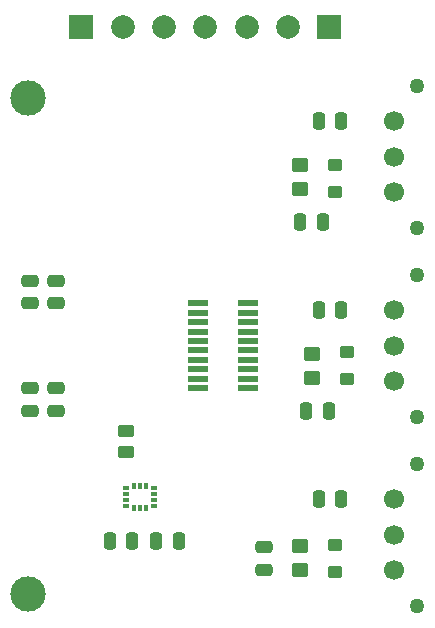
<source format=gts>
%TF.GenerationSoftware,KiCad,Pcbnew,7.0.9*%
%TF.CreationDate,2023-11-28T01:13:51-06:00*%
%TF.ProjectId,Telemetry-Peripheral-SOM-Daughterboard-IMU,54656c65-6d65-4747-9279-2d5065726970,rev?*%
%TF.SameCoordinates,Original*%
%TF.FileFunction,Soldermask,Top*%
%TF.FilePolarity,Negative*%
%FSLAX46Y46*%
G04 Gerber Fmt 4.6, Leading zero omitted, Abs format (unit mm)*
G04 Created by KiCad (PCBNEW 7.0.9) date 2023-11-28 01:13:51*
%MOMM*%
%LPD*%
G01*
G04 APERTURE LIST*
G04 Aperture macros list*
%AMRoundRect*
0 Rectangle with rounded corners*
0 $1 Rounding radius*
0 $2 $3 $4 $5 $6 $7 $8 $9 X,Y pos of 4 corners*
0 Add a 4 corners polygon primitive as box body*
4,1,4,$2,$3,$4,$5,$6,$7,$8,$9,$2,$3,0*
0 Add four circle primitives for the rounded corners*
1,1,$1+$1,$2,$3*
1,1,$1+$1,$4,$5*
1,1,$1+$1,$6,$7*
1,1,$1+$1,$8,$9*
0 Add four rect primitives between the rounded corners*
20,1,$1+$1,$2,$3,$4,$5,0*
20,1,$1+$1,$4,$5,$6,$7,0*
20,1,$1+$1,$6,$7,$8,$9,0*
20,1,$1+$1,$8,$9,$2,$3,0*%
G04 Aperture macros list end*
%ADD10RoundRect,0.250000X-0.250000X-0.475000X0.250000X-0.475000X0.250000X0.475000X-0.250000X0.475000X0*%
%ADD11RoundRect,0.250000X0.250000X0.475000X-0.250000X0.475000X-0.250000X-0.475000X0.250000X-0.475000X0*%
%ADD12RoundRect,0.250000X0.475000X-0.250000X0.475000X0.250000X-0.475000X0.250000X-0.475000X-0.250000X0*%
%ADD13C,1.270000*%
%ADD14C,1.700000*%
%ADD15RoundRect,0.250000X-0.350000X0.275000X-0.350000X-0.275000X0.350000X-0.275000X0.350000X0.275000X0*%
%ADD16C,2.000000*%
%ADD17R,1.800000X0.550000*%
%ADD18RoundRect,0.250000X-0.475000X0.250000X-0.475000X-0.250000X0.475000X-0.250000X0.475000X0.250000X0*%
%ADD19RoundRect,0.250000X0.450000X-0.350000X0.450000X0.350000X-0.450000X0.350000X-0.450000X-0.350000X0*%
%ADD20R,2.000000X2.000000*%
%ADD21R,0.533400X0.304800*%
%ADD22R,0.304800X0.533400*%
%ADD23C,3.000000*%
%ADD24RoundRect,0.250000X-0.450000X0.262500X-0.450000X-0.262500X0.450000X-0.262500X0.450000X0.262500X0*%
G04 APERTURE END LIST*
D10*
%TO.C,C1*%
X156931401Y-107500000D03*
X158831401Y-107500000D03*
%TD*%
%TO.C,C9*%
X173050000Y-80500000D03*
X174950000Y-80500000D03*
%TD*%
D11*
%TO.C,C8*%
X176500000Y-104000000D03*
X174600000Y-104000000D03*
%TD*%
D12*
%TO.C,C6*%
X150200000Y-96500000D03*
X150200000Y-94600000D03*
%TD*%
D13*
%TO.C,J4*%
X182960000Y-85000000D03*
X182960000Y-97000000D03*
D14*
X181000000Y-88000000D03*
X181000000Y-91000000D03*
X181000000Y-94000000D03*
%TD*%
D13*
%TO.C,J3*%
X182960000Y-69000000D03*
X182960000Y-81000000D03*
D14*
X181000000Y-72000000D03*
X181000000Y-75000000D03*
X181000000Y-78000000D03*
%TD*%
D15*
%TO.C,FB2*%
X176000000Y-75700000D03*
X176000000Y-78000000D03*
%TD*%
D11*
%TO.C,C12*%
X176500000Y-88000000D03*
X174600000Y-88000000D03*
%TD*%
D16*
%TO.C,Airflow_SDA*%
X158000000Y-64000000D03*
%TD*%
D17*
%TO.C,J1*%
X164350000Y-87400000D03*
X168650000Y-87400000D03*
X164350000Y-88200000D03*
X168650000Y-88200000D03*
X164350000Y-89000000D03*
X168650000Y-89000000D03*
X164350000Y-89800000D03*
X168650000Y-89800000D03*
X164350000Y-90600000D03*
X168650000Y-90600000D03*
X164350000Y-91400000D03*
X168650000Y-91400000D03*
X164350000Y-92200000D03*
X168650000Y-92200000D03*
X164350000Y-93000000D03*
X168650000Y-93000000D03*
X164350000Y-93800000D03*
X168650000Y-93800000D03*
X164350000Y-94600000D03*
X168650000Y-94600000D03*
%TD*%
D11*
%TO.C,C10*%
X176500000Y-72000000D03*
X174600000Y-72000000D03*
%TD*%
D10*
%TO.C,C11*%
X173550000Y-96500000D03*
X175450000Y-96500000D03*
%TD*%
D18*
%TO.C,C5*%
X152400000Y-94600000D03*
X152400000Y-96500000D03*
%TD*%
D16*
%TO.C,Temp1*%
X161500000Y-64000000D03*
%TD*%
D19*
%TO.C,R3*%
X173000000Y-77700000D03*
X173000000Y-75700000D03*
%TD*%
D16*
%TO.C,Temp3*%
X168500000Y-64000000D03*
%TD*%
D18*
%TO.C,C4*%
X150200000Y-85500000D03*
X150200000Y-87400000D03*
%TD*%
%TO.C,C3*%
X152350000Y-85500000D03*
X152350000Y-87400000D03*
%TD*%
D20*
%TO.C,3.3V_TP1*%
X175500000Y-64000000D03*
%TD*%
D18*
%TO.C,C7*%
X170000000Y-108050000D03*
X170000000Y-109950000D03*
%TD*%
D21*
%TO.C,U1*%
X158318901Y-103049698D03*
X158318901Y-103549699D03*
X158318901Y-104049699D03*
X158318901Y-104549700D03*
D22*
X159000002Y-104726799D03*
X159500001Y-104726799D03*
X160000000Y-104726799D03*
D21*
X160681101Y-104549700D03*
X160681101Y-104049699D03*
X160681101Y-103549699D03*
X160681101Y-103049698D03*
D22*
X160000000Y-102872599D03*
X159500001Y-102872599D03*
X159000002Y-102872599D03*
%TD*%
D19*
%TO.C,R2*%
X173000000Y-110000000D03*
X173000000Y-108000000D03*
%TD*%
D23*
%TO.C,MH2*%
X150000000Y-112000000D03*
%TD*%
D24*
%TO.C,R1*%
X158331401Y-98187500D03*
X158331401Y-100012500D03*
%TD*%
D19*
%TO.C,R4*%
X174000000Y-93700000D03*
X174000000Y-91700000D03*
%TD*%
D15*
%TO.C,FB3*%
X177000000Y-91500000D03*
X177000000Y-93800000D03*
%TD*%
D11*
%TO.C,C2*%
X162750000Y-107500000D03*
X160850000Y-107500000D03*
%TD*%
D16*
%TO.C,Airflow_SCL*%
X165000000Y-64000000D03*
%TD*%
D15*
%TO.C,FB1*%
X176000000Y-107850000D03*
X176000000Y-110150000D03*
%TD*%
D23*
%TO.C,MH1*%
X150000000Y-70000000D03*
%TD*%
D20*
%TO.C,GND_TP1*%
X154500000Y-64000000D03*
%TD*%
D13*
%TO.C,J2*%
X182960000Y-101000000D03*
X182960000Y-113000000D03*
D14*
X181000000Y-104000000D03*
X181000000Y-107000000D03*
X181000000Y-110000000D03*
%TD*%
D16*
%TO.C,Temp2*%
X172000000Y-64000000D03*
%TD*%
M02*

</source>
